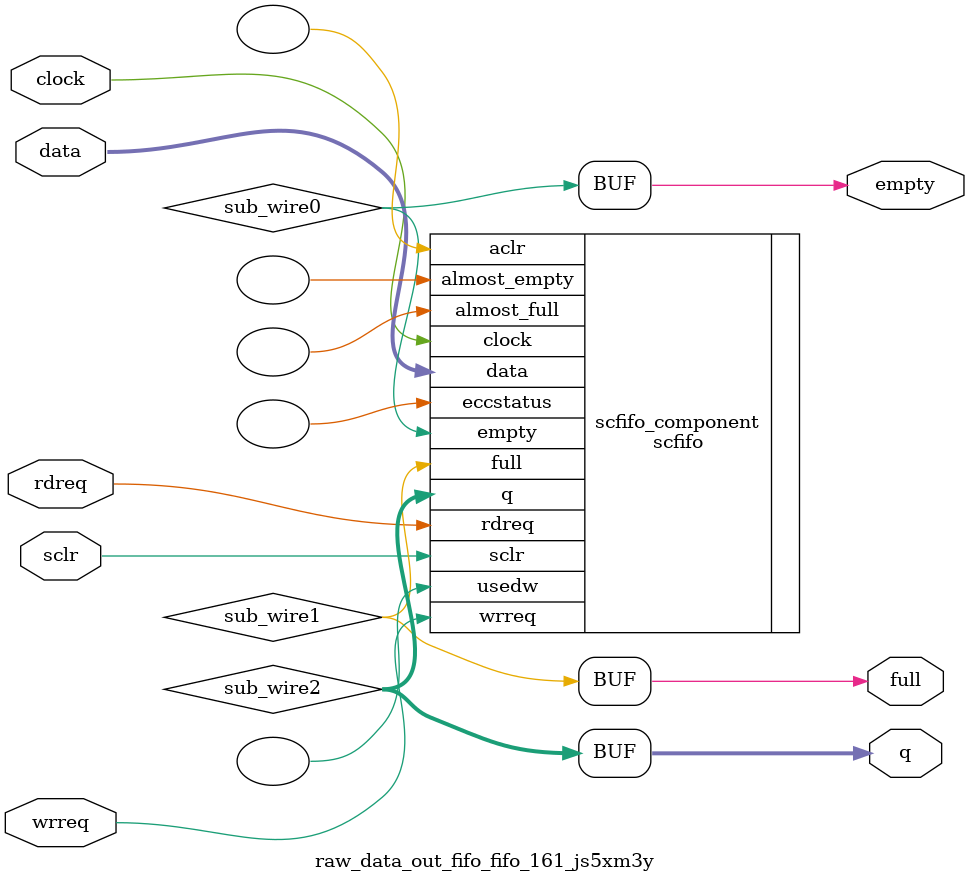
<source format=v>



`timescale 1 ps / 1 ps
// synopsys translate_on
module  raw_data_out_fifo_fifo_161_js5xm3y  (
    clock,
    data,
    rdreq,
    sclr,
    wrreq,
    empty,
    full,
    q);

    input    clock;
    input  [7:0]  data;
    input    rdreq;
    input    sclr;
    input    wrreq;
    output   empty;
    output   full;
    output [7:0]  q;

    wire  sub_wire0;
    wire  sub_wire1;
    wire [7:0] sub_wire2;
    wire  empty = sub_wire0;
    wire  full = sub_wire1;
    wire [7:0] q = sub_wire2[7:0];

    scfifo  scfifo_component (
                .clock (clock),
                .data (data),
                .rdreq (rdreq),
                .sclr (sclr),
                .wrreq (wrreq),
                .empty (sub_wire0),
                .full (sub_wire1),
                .q (sub_wire2),
                .aclr (),
                .almost_empty (),
                .almost_full (),
                .eccstatus (),
                .usedw ());
    defparam
        scfifo_component.add_ram_output_register  = "ON",
        scfifo_component.enable_ecc  = "FALSE",
        scfifo_component.intended_device_family  = "Arria 10",
        scfifo_component.lpm_numwords  = 4096,
        scfifo_component.lpm_showahead  = "OFF",
        scfifo_component.lpm_type  = "scfifo",
        scfifo_component.lpm_width  = 8,
        scfifo_component.lpm_widthu  = 12,
        scfifo_component.overflow_checking  = "ON",
        scfifo_component.underflow_checking  = "ON",
        scfifo_component.use_eab  = "ON";


endmodule



</source>
